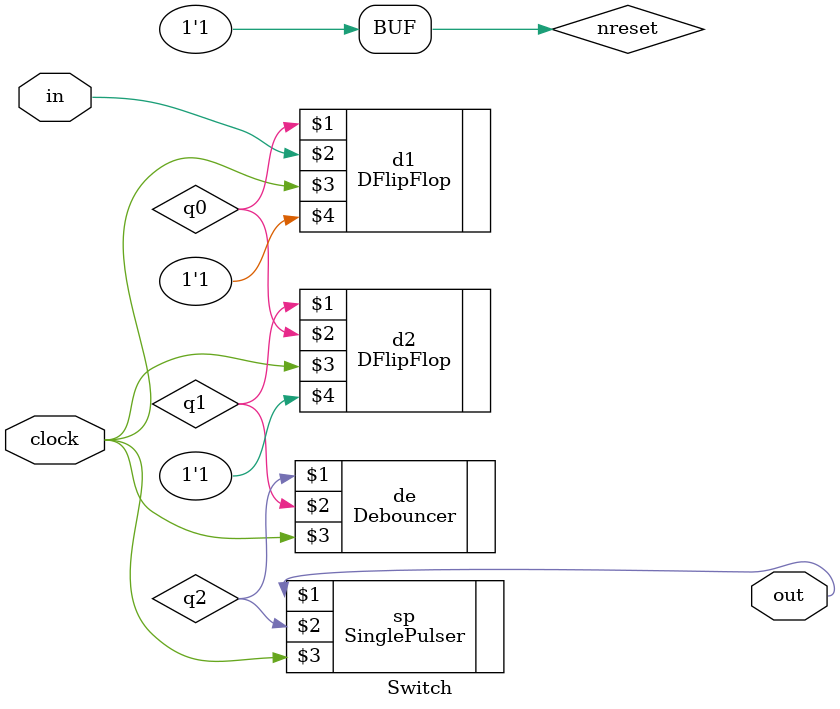
<source format=v>
`timescale 1ns / 1ps


module Switch(
    output wire out,
    input in,
    input clock
);
    wire q0,q1,q2;
    reg nreset;
    initial nreset <= 1;
    DFlipFlop d1(q0,in,clock,nreset);
    DFlipFlop d2(q1,q0,clock,nreset);
    Debouncer de(q2,q1,clock);
    SinglePulser sp(out,q2,clock);
endmodule

</source>
